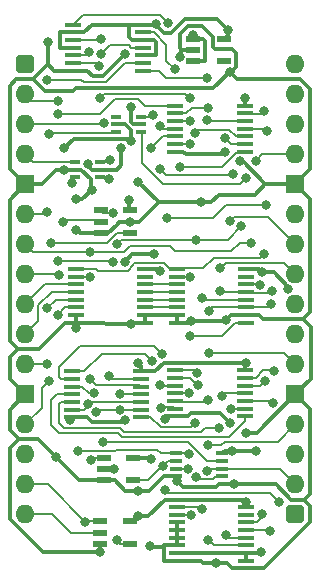
<source format=gtl>
%TF.GenerationSoftware,KiCad,Pcbnew,8.0.5*%
%TF.CreationDate,2024-09-17T17:49:43+02:00*%
%TF.ProjectId,W65C816 Clock Hold,57363543-3831-4362-9043-6c6f636b2048,V1*%
%TF.SameCoordinates,PX525bfc0PY43d3480*%
%TF.FileFunction,Copper,L1,Top*%
%TF.FilePolarity,Positive*%
%FSLAX46Y46*%
G04 Gerber Fmt 4.6, Leading zero omitted, Abs format (unit mm)*
G04 Created by KiCad (PCBNEW 8.0.5) date 2024-09-17 17:49:43*
%MOMM*%
%LPD*%
G01*
G04 APERTURE LIST*
G04 Aperture macros list*
%AMRoundRect*
0 Rectangle with rounded corners*
0 $1 Rounding radius*
0 $2 $3 $4 $5 $6 $7 $8 $9 X,Y pos of 4 corners*
0 Add a 4 corners polygon primitive as box body*
4,1,4,$2,$3,$4,$5,$6,$7,$8,$9,$2,$3,0*
0 Add four circle primitives for the rounded corners*
1,1,$1+$1,$2,$3*
1,1,$1+$1,$4,$5*
1,1,$1+$1,$6,$7*
1,1,$1+$1,$8,$9*
0 Add four rect primitives between the rounded corners*
20,1,$1+$1,$2,$3,$4,$5,0*
20,1,$1+$1,$4,$5,$6,$7,0*
20,1,$1+$1,$6,$7,$8,$9,0*
20,1,$1+$1,$8,$9,$2,$3,0*%
G04 Aperture macros list end*
%TA.AperFunction,SMDPad,CuDef*%
%ADD10R,0.875000X0.450000*%
%TD*%
%TA.AperFunction,SMDPad,CuDef*%
%ADD11R,1.250000X0.600000*%
%TD*%
%TA.AperFunction,SMDPad,CuDef*%
%ADD12R,1.450000X0.450000*%
%TD*%
%TA.AperFunction,SMDPad,CuDef*%
%ADD13R,1.475000X0.450000*%
%TD*%
%TA.AperFunction,SMDPad,CuDef*%
%ADD14R,1.100000X0.450000*%
%TD*%
%TA.AperFunction,ComponentPad*%
%ADD15RoundRect,0.400000X-0.400000X-0.400000X0.400000X-0.400000X0.400000X0.400000X-0.400000X0.400000X0*%
%TD*%
%TA.AperFunction,ComponentPad*%
%ADD16O,1.600000X1.600000*%
%TD*%
%TA.AperFunction,ComponentPad*%
%ADD17R,1.600000X1.600000*%
%TD*%
%TA.AperFunction,SMDPad,CuDef*%
%ADD18R,1.150000X0.600000*%
%TD*%
%TA.AperFunction,ViaPad*%
%ADD19C,0.800000*%
%TD*%
%TA.AperFunction,Conductor*%
%ADD20C,0.200000*%
%TD*%
%TA.AperFunction,Conductor*%
%ADD21C,0.380000*%
%TD*%
%TA.AperFunction,Conductor*%
%ADD22C,0.300000*%
%TD*%
G04 APERTURE END LIST*
D10*
%TO.P,IC47,1,n.c.*%
%TO.N,unconnected-(IC47-n.c.-Pad1)*%
X7701000Y-4430000D03*
%TO.P,IC47,2,GND*%
%TO.N,GND*%
X7701000Y-5080000D03*
%TO.P,IC47,3,X1*%
%TO.N,CLK_{IN}*%
X7701000Y-5730000D03*
%TO.P,IC47,4,~{Y}*%
%TO.N,Net-(IC47-~{Y})*%
X9825000Y-5730000D03*
%TO.P,IC47,5,3V*%
%TO.N,/3.3V*%
X9825000Y-5080000D03*
%TO.P,IC47,6,Y*%
%TO.N,Net-(IC47-Y)*%
X9825000Y-4430000D03*
%TD*%
D11*
%TO.P,IC28,1,B*%
%TO.N,/~{HC_{L}=CC_{L}}*%
X6624000Y-33340000D03*
%TO.P,IC28,2,A*%
%TO.N,/~{HC_{H}=CC_{H}}*%
X6624000Y-34290000D03*
%TO.P,IC28,3,GND*%
%TO.N,GND*%
X6624000Y-35240000D03*
%TO.P,IC28,4,Y*%
%TO.N,HC=CC _{~{CLK}}*%
X9124000Y-35240000D03*
%TO.P,IC28,5,3V*%
%TO.N,/3.3V*%
X9124000Y-33340000D03*
%TD*%
D12*
%TO.P,IC1,1,~{MR}*%
%TO.N,~{Reset}*%
X4314000Y-17333000D03*
%TO.P,IC1,2,CP*%
%TO.N,~{CLK}*%
X4314000Y-17983000D03*
%TO.P,IC1,3,D0*%
%TO.N,Hold Count_{0}D*%
X4314000Y-18633000D03*
%TO.P,IC1,4,D1*%
%TO.N,Hold Count_{1}D*%
X4314000Y-19283000D03*
%TO.P,IC1,5,D2*%
%TO.N,Hold Count_{2}D*%
X4314000Y-19933000D03*
%TO.P,IC1,6,D3*%
%TO.N,Hold Count_{3}D*%
X4314000Y-20583000D03*
%TO.P,IC1,7,CEP*%
%TO.N,GND*%
X4314000Y-21233000D03*
%TO.P,IC1,8,GND*%
X4314000Y-21883000D03*
%TO.P,IC1,9,~{PE}*%
X10164000Y-21883000D03*
%TO.P,IC1,10,CET*%
X10164000Y-21233000D03*
%TO.P,IC1,11,Q3*%
%TO.N,/Hold Count_{3}*%
X10164000Y-20583000D03*
%TO.P,IC1,12,Q2*%
%TO.N,/Hold Count_{2}*%
X10164000Y-19933000D03*
%TO.P,IC1,13,Q1*%
%TO.N,/Hold Count_{1}*%
X10164000Y-19283000D03*
%TO.P,IC1,14,Q0*%
%TO.N,/Hold Count_{0}*%
X10164000Y-18633000D03*
%TO.P,IC1,15,TC*%
%TO.N,unconnected-(IC1-TC-Pad15)*%
X10164000Y-17983000D03*
%TO.P,IC1,16,3V*%
%TO.N,/3.3V*%
X10164000Y-17333000D03*
%TD*%
D13*
%TO.P,IC26,1,1A*%
%TO.N,/~{HC_{3}=CC_{3}}*%
X3920000Y-25990000D03*
%TO.P,IC26,2,1B*%
%TO.N,/~{HC_{2}=CC_{2}}*%
X3920000Y-26640000D03*
%TO.P,IC26,3,1Y*%
%TO.N,/~{HC_{H}=CC_{H}}*%
X3920000Y-27290000D03*
%TO.P,IC26,4,2A*%
%TO.N,/~{HC_{1}=CC_{1}}*%
X3920000Y-27940000D03*
%TO.P,IC26,5,2B*%
%TO.N,/~{HC_{0}=CC_{0}}*%
X3920000Y-28590000D03*
%TO.P,IC26,6,2Y*%
%TO.N,/~{HC_{L}=CC_{L}}*%
X3920000Y-29240000D03*
%TO.P,IC26,7,GND*%
%TO.N,GND*%
X3920000Y-29890000D03*
%TO.P,IC26,8,3Y*%
%TO.N,~{HC=CC} _{~{CLK}}*%
X9796000Y-29890000D03*
%TO.P,IC26,9,3A*%
%TO.N,/~{HC_{H}=CC_{H}}*%
X9796000Y-29240000D03*
%TO.P,IC26,10,3B*%
%TO.N,/~{HC_{L}=CC_{L}}*%
X9796000Y-28590000D03*
%TO.P,IC26,11,4Y*%
%TO.N,/High Pulse+Low Pulse*%
X9796000Y-27940000D03*
%TO.P,IC26,12,4A*%
%TO.N,/~{Hold High}\u00B7CLK High Pulse\u00B7HC=CC*%
X9796000Y-27290000D03*
%TO.P,IC26,13,4B*%
%TO.N,/~{Hold Low}\u00B7CLK Low Pulse*%
X9796000Y-26640000D03*
%TO.P,IC26,14,3V*%
%TO.N,/3.3V*%
X9796000Y-25990000D03*
%TD*%
%TO.P,IC31,1,~{1RD}*%
%TO.N,/~{CLK High Reset Pulse}_{s}*%
X4047000Y3347000D03*
%TO.P,IC31,2,1D*%
%TO.N,/3.3V*%
X4047000Y2697000D03*
%TO.P,IC31,3,1CP*%
%TO.N,CLK*%
X4047000Y2047000D03*
%TO.P,IC31,4,~{1SD}*%
%TO.N,/3.3V*%
X4047000Y1397000D03*
%TO.P,IC31,5,1Q*%
%TO.N,/CLK High Pulse_{f}*%
X4047000Y747000D03*
%TO.P,IC31,6,~{1Q}*%
%TO.N,/~{CLK High Pulse}*%
X4047000Y97000D03*
%TO.P,IC31,7,GND*%
%TO.N,GND*%
X4047000Y-553000D03*
%TO.P,IC31,8,~{2Q}*%
%TO.N,/~{CLK Low Pulse}*%
X9923000Y-553000D03*
%TO.P,IC31,9,2Q*%
%TO.N,/CLK Low Pulse_{f}*%
X9923000Y97000D03*
%TO.P,IC31,10,~{2SD}*%
%TO.N,/3.3V*%
X9923000Y747000D03*
%TO.P,IC31,11,2CP*%
%TO.N,~{CLK}*%
X9923000Y1397000D03*
%TO.P,IC31,12,2D*%
%TO.N,/3.3V*%
X9923000Y2047000D03*
%TO.P,IC31,13,~{2RD}*%
%TO.N,/~{CLK Low Reset Pulse}_{s}*%
X9923000Y2697000D03*
%TO.P,IC31,14,3V*%
%TO.N,/3.3V*%
X9923000Y3347000D03*
%TD*%
D12*
%TO.P,IC22,1,~{MR}*%
%TO.N,~{Reset}*%
X12823000Y-17333000D03*
%TO.P,IC22,2,CP*%
%TO.N,CLK*%
X12823000Y-17983000D03*
%TO.P,IC22,3,D0*%
%TO.N,/Hold Count_{0}*%
X12823000Y-18633000D03*
%TO.P,IC22,4,D1*%
%TO.N,/Hold Count_{1}*%
X12823000Y-19283000D03*
%TO.P,IC22,5,D2*%
%TO.N,/Hold Count_{2}*%
X12823000Y-19933000D03*
%TO.P,IC22,6,D3*%
%TO.N,/Hold Count_{3}*%
X12823000Y-20583000D03*
%TO.P,IC22,7,CEP*%
%TO.N,GND*%
X12823000Y-21233000D03*
%TO.P,IC22,8,GND*%
X12823000Y-21883000D03*
%TO.P,IC22,9,~{PE}*%
%TO.N,/~{HC=CC} _{CLK}*%
X18673000Y-21883000D03*
%TO.P,IC22,10,CET*%
%TO.N,GND*%
X18673000Y-21233000D03*
%TO.P,IC22,11,Q3*%
%TO.N,HC Latch_{3}*%
X18673000Y-20583000D03*
%TO.P,IC22,12,Q2*%
%TO.N,HC Latch_{2}*%
X18673000Y-19933000D03*
%TO.P,IC22,13,Q1*%
%TO.N,HC Latch_{1}*%
X18673000Y-19283000D03*
%TO.P,IC22,14,Q0*%
%TO.N,HC Latch_{0}*%
X18673000Y-18633000D03*
%TO.P,IC22,15,TC*%
%TO.N,unconnected-(IC22-TC-Pad15)*%
X18673000Y-17983000D03*
%TO.P,IC22,16,3V*%
%TO.N,/3.3V*%
X18673000Y-17333000D03*
%TD*%
D14*
%TO.P,IC4,1,1CP*%
%TO.N,~{CLK}*%
X12782000Y-32934000D03*
%TO.P,IC4,2,1D*%
%TO.N,HC=CC _{~{CLK}}*%
X12782000Y-33584000D03*
%TO.P,IC4,3,2Q*%
%TO.N,/~{HC=CC} _{CLK}*%
X12782000Y-34234000D03*
%TO.P,IC4,4,GND*%
%TO.N,GND*%
X12782000Y-34884000D03*
%TO.P,IC4,5,2CP*%
%TO.N,~{CLK}*%
X16682000Y-34884000D03*
%TO.P,IC4,6,2D*%
%TO.N,~{HC=CC} _{~{CLK}}*%
X16682000Y-34234000D03*
%TO.P,IC4,7,1Q*%
%TO.N,/HC=CC _{CLK}*%
X16682000Y-33584000D03*
%TO.P,IC4,8,3V*%
%TO.N,/3.3V*%
X16682000Y-32934000D03*
%TD*%
D10*
%TO.P,IC43,1,A*%
%TO.N,~{Hold High}*%
X4226000Y-8285000D03*
%TO.P,IC43,2,GND*%
%TO.N,GND*%
X4226000Y-8935000D03*
%TO.P,IC43,3,B*%
%TO.N,CLK High Pulse*%
X4226000Y-9585000D03*
%TO.P,IC43,4,Y*%
%TO.N,/~{Hold High}\u00B7CLK High Pulse\u00B7HC=CC*%
X6350000Y-9585000D03*
%TO.P,IC43,5,3V*%
%TO.N,/3.3V*%
X6350000Y-8935000D03*
%TO.P,IC43,6,C*%
%TO.N,/HC=CC _{CLK}*%
X6350000Y-8285000D03*
%TD*%
D13*
%TO.P,IC7,1,1A*%
%TO.N,/PHI2_{f}*%
X12683000Y-3511000D03*
%TO.P,IC7,2,1Y*%
%TO.N,Net-(IC7A-1Y)*%
X12683000Y-4161000D03*
%TO.P,IC7,3,2A*%
%TO.N,/~{CLK High Pulse}*%
X12683000Y-4811000D03*
%TO.P,IC7,4,2Y*%
%TO.N,/CLK H.P.*%
X12683000Y-5461000D03*
%TO.P,IC7,5,3A*%
%TO.N,/CLK H.P._{s}*%
X12683000Y-6111000D03*
%TO.P,IC7,6,3Y*%
%TO.N,/~{CLK High Reset Pulse}*%
X12683000Y-6761000D03*
%TO.P,IC7,7,GND*%
%TO.N,GND*%
X12683000Y-7411000D03*
%TO.P,IC7,8,4Y*%
%TO.N,/CLK L.P.*%
X18559000Y-7411000D03*
%TO.P,IC7,9,4A*%
%TO.N,/~{CLK Low Pulse}*%
X18559000Y-6761000D03*
%TO.P,IC7,10,5Y*%
%TO.N,/~{CLK Low Reset Pulse}*%
X18559000Y-6111000D03*
%TO.P,IC7,11,5A*%
%TO.N,/CLK L.P._{s}*%
X18559000Y-5461000D03*
%TO.P,IC7,12,6Y*%
%TO.N,Net-(IC7F-6Y)*%
X18559000Y-4811000D03*
%TO.P,IC7,13,6A*%
%TO.N,~{Reset}*%
X18559000Y-4161000D03*
%TO.P,IC7,14,3V*%
%TO.N,/3.3V*%
X18559000Y-3511000D03*
%TD*%
%TO.P,IC24,1,1A*%
%TO.N,HC Latch_{3}*%
X12683000Y-25913000D03*
%TO.P,IC24,2,1B*%
%TO.N,Clk Count_{3}*%
X12683000Y-26563000D03*
%TO.P,IC24,3,1Y*%
%TO.N,/~{HC_{3}=CC_{3}}*%
X12683000Y-27213000D03*
%TO.P,IC24,4,2A*%
%TO.N,HC Latch_{2}*%
X12683000Y-27863000D03*
%TO.P,IC24,5,2B*%
%TO.N,Clk Count_{2}*%
X12683000Y-28513000D03*
%TO.P,IC24,6,2Y*%
%TO.N,/~{HC_{2}=CC_{2}}*%
X12683000Y-29163000D03*
%TO.P,IC24,7,GND*%
%TO.N,GND*%
X12683000Y-29813000D03*
%TO.P,IC24,8,3Y*%
%TO.N,/~{HC_{1}=CC_{1}}*%
X18559000Y-29813000D03*
%TO.P,IC24,9,3A*%
%TO.N,HC Latch_{1}*%
X18559000Y-29163000D03*
%TO.P,IC24,10,3B*%
%TO.N,Clk Count_{1}*%
X18559000Y-28513000D03*
%TO.P,IC24,11,4Y*%
%TO.N,/~{HC_{0}=CC_{0}}*%
X18559000Y-27863000D03*
%TO.P,IC24,12,4A*%
%TO.N,HC Latch_{0}*%
X18559000Y-27213000D03*
%TO.P,IC24,13,4B*%
%TO.N,Clk Count_{0}*%
X18559000Y-26563000D03*
%TO.P,IC24,14,3V*%
%TO.N,/3.3V*%
X18559000Y-25913000D03*
%TD*%
D11*
%TO.P,IC29,1,D*%
%TO.N,CLK*%
X6370000Y-12385000D03*
%TO.P,IC29,2,CP*%
%TO.N,/High Pulse+Low Pulse*%
X6370000Y-13335000D03*
%TO.P,IC29,3,GND*%
%TO.N,GND*%
X6370000Y-14285000D03*
%TO.P,IC29,4,Q*%
%TO.N,/PHI2_{f}*%
X8870000Y-14285000D03*
%TO.P,IC29,5,3V*%
%TO.N,/3.3V*%
X8870000Y-12385000D03*
%TD*%
D15*
%TO.P,J1,1,Pin_1*%
%TO.N,5V*%
X0Y0D03*
D16*
%TO.P,J1,2,Pin_2*%
%TO.N,CLK High Pulse*%
X0Y-2540000D03*
%TO.P,J1,3,Pin_3*%
%TO.N,CLK*%
X0Y-5080000D03*
%TO.P,J1,4,Pin_4*%
%TO.N,~{Hold High}*%
X0Y-7620000D03*
D17*
%TO.P,J1,5,Pin_5*%
%TO.N,GND*%
X0Y-10160000D03*
D16*
%TO.P,J1,6,Pin_6*%
%TO.N,CLK_{IN}*%
X0Y-12700000D03*
%TO.P,J1,7,Pin_7*%
%TO.N,~{CLK}*%
X0Y-15240000D03*
%TO.P,J1,8,Pin_8*%
%TO.N,PHI2*%
X0Y-17780000D03*
%TO.P,J1,9,Pin_9*%
%TO.N,Hold Count_{0}D*%
X0Y-20320000D03*
%TO.P,J1,10,Pin_10*%
%TO.N,Hold Count_{1}D*%
X0Y-22860000D03*
%TO.P,J1,11,Pin_11*%
%TO.N,Hold Count_{2}D*%
X0Y-25400000D03*
D17*
%TO.P,J1,12,Pin_12*%
%TO.N,GND*%
X0Y-27940000D03*
D16*
%TO.P,J1,13,Pin_13*%
%TO.N,Hold Count_{3}D*%
X0Y-30480000D03*
%TO.P,J1,14,Pin_14*%
%TO.N,unconnected-(J1-Pin_14-Pad14)*%
X0Y-33020000D03*
%TO.P,J1,15,Pin_15*%
%TO.N,CLK Low Pulse*%
X0Y-35560000D03*
%TO.P,J1,16,Pin_16*%
%TO.N,~{Hold Low}*%
X0Y-38100000D03*
D15*
%TO.P,J1,17,Pin_17*%
%TO.N,5V*%
X22860000Y-38100000D03*
D16*
%TO.P,J1,18,Pin_18*%
%TO.N,~{HC=CC} _{~{CLK}}*%
X22860000Y-35560000D03*
%TO.P,J1,19,Pin_19*%
%TO.N,HC=CC _{~{CLK}}*%
X22860000Y-33020000D03*
%TO.P,J1,20,Pin_20*%
%TO.N,Clk Count_{3}*%
X22860000Y-30480000D03*
D17*
%TO.P,J1,21,Pin_21*%
%TO.N,GND*%
X22860000Y-27940000D03*
D16*
%TO.P,J1,22,Pin_22*%
%TO.N,Clk Count_{2}*%
X22860000Y-25400000D03*
%TO.P,J1,23,Pin_23*%
%TO.N,Clk Count_{1}*%
X22860000Y-22860000D03*
%TO.P,J1,24,Pin_24*%
%TO.N,Clk Count_{0}*%
X22860000Y-20320000D03*
%TO.P,J1,25,Pin_25*%
%TO.N,Reset*%
X22860000Y-17780000D03*
%TO.P,J1,26,Pin_26*%
%TO.N,~{PHI2}*%
X22860000Y-15240000D03*
%TO.P,J1,27,Pin_27*%
%TO.N,HC Latch_{3}*%
X22860000Y-12700000D03*
D17*
%TO.P,J1,28,Pin_28*%
%TO.N,GND*%
X22860000Y-10160000D03*
D16*
%TO.P,J1,29,Pin_29*%
%TO.N,HC Latch_{2}*%
X22860000Y-7620000D03*
%TO.P,J1,30,Pin_30*%
%TO.N,HC Latch_{1}*%
X22860000Y-5080000D03*
%TO.P,J1,31,Pin_31*%
%TO.N,HC Latch_{0}*%
X22860000Y-2540000D03*
%TO.P,J1,32,Pin_32*%
%TO.N,~{Reset}*%
X22860000Y0D03*
%TD*%
D18*
%TO.P,IC2,1,6VIn*%
%TO.N,5V*%
X14224000Y2159000D03*
%TO.P,IC2,2,GND*%
%TO.N,GND*%
X14224000Y1209000D03*
%TO.P,IC2,3,EN*%
%TO.N,5V*%
X14224000Y259000D03*
%TO.P,IC2,4,ADJ*%
%TO.N,unconnected-(IC2-ADJ-Pad4)*%
X16824000Y259000D03*
%TO.P,IC2,5,3.3VOut*%
%TO.N,/3.3V*%
X16824000Y2159000D03*
%TD*%
D12*
%TO.P,IC23,1,~{MR}*%
%TO.N,~{HC=CC} _{~{CLK}}*%
X12823000Y-37476000D03*
%TO.P,IC23,2,CP*%
%TO.N,~{CLK}*%
X12823000Y-38126000D03*
%TO.P,IC23,3,D0*%
%TO.N,GND*%
X12823000Y-38776000D03*
%TO.P,IC23,4,D1*%
X12823000Y-39426000D03*
%TO.P,IC23,5,D2*%
X12823000Y-40076000D03*
%TO.P,IC23,6,D3*%
X12823000Y-40726000D03*
%TO.P,IC23,7,CEP*%
%TO.N,/3.3V*%
X12823000Y-41376000D03*
%TO.P,IC23,8,GND*%
%TO.N,GND*%
X12823000Y-42026000D03*
%TO.P,IC23,9,~{PE}*%
%TO.N,/3.3V*%
X18673000Y-42026000D03*
%TO.P,IC23,10,CET*%
X18673000Y-41376000D03*
%TO.P,IC23,11,Q3*%
%TO.N,Clk Count_{3}*%
X18673000Y-40726000D03*
%TO.P,IC23,12,Q2*%
%TO.N,Clk Count_{2}*%
X18673000Y-40076000D03*
%TO.P,IC23,13,Q1*%
%TO.N,Clk Count_{1}*%
X18673000Y-39426000D03*
%TO.P,IC23,14,Q0*%
%TO.N,Clk Count_{0}*%
X18673000Y-38776000D03*
%TO.P,IC23,15,TC*%
%TO.N,unconnected-(IC23-TC-Pad15)*%
X18673000Y-38126000D03*
%TO.P,IC23,16,3V*%
%TO.N,/3.3V*%
X18673000Y-37476000D03*
%TD*%
D11*
%TO.P,IC44,1,B*%
%TO.N,CLK Low Pulse*%
X6350000Y-38708000D03*
%TO.P,IC44,2,A*%
%TO.N,~{Hold Low}*%
X6350000Y-39658000D03*
%TO.P,IC44,3,GND*%
%TO.N,GND*%
X6350000Y-40608000D03*
%TO.P,IC44,4,Y*%
%TO.N,/~{Hold Low}\u00B7CLK Low Pulse*%
X8850000Y-40608000D03*
%TO.P,IC44,5,3V*%
%TO.N,/3.3V*%
X8850000Y-38708000D03*
%TD*%
D19*
%TO.N,GND*%
X16128992Y-42216000D03*
X8458418Y-30166494D03*
X3757000Y-30123000D03*
X13048998Y635000D03*
X4318000Y-11430000D03*
X9525000Y-36140002D03*
X13982949Y-21717000D03*
X17300001Y-641001D03*
X14859000Y-11684000D03*
X10922000Y-16108000D03*
X8890000Y-13374000D03*
X16951543Y-21682508D03*
X12807404Y-35325596D03*
X16895052Y-7399631D03*
X5632661Y-10623339D03*
X1905000Y1905000D03*
X11817920Y-30014307D03*
X3290000Y-8985000D03*
X8462681Y846823D03*
X18125489Y-8236002D03*
X9525000Y-9933004D03*
X18687572Y-31223428D03*
X17643756Y-35572000D03*
X8394081Y-16720824D03*
X17306999Y-30407573D03*
X4314000Y-22352000D03*
X4310276Y-14013872D03*
X8953504Y-22034500D03*
X2556493Y-33274000D03*
X10541000Y-40767000D03*
X6350002Y-41275000D03*
X8909431Y-6514845D03*
X3289996Y-7126851D03*
%TO.N,5V*%
X14220000Y2462000D03*
%TO.N,PHI2*%
X2881180Y-17883000D03*
%TO.N,~{PHI2}*%
X17358996Y-13248004D03*
%TO.N,Reset*%
X16498000Y-17292002D03*
%TO.N,~{Reset}*%
X20193000Y-16058000D03*
X20193000Y-3937000D03*
%TO.N,~{CLK}*%
X14474993Y-34966329D03*
X5507375Y-18033000D03*
X4457000Y-32766000D03*
X19112948Y-15141998D03*
X6425910Y881042D03*
X5492686Y-15899642D03*
X14016375Y-38176000D03*
X13840229Y-33020322D03*
%TO.N,HC Latch_{3}*%
X15501543Y-20877000D03*
X14563470Y-26138000D03*
X20770845Y-20320000D03*
%TO.N,HC Latch_{2}*%
X13852930Y-27870204D03*
X14975187Y-19801745D03*
X19483383Y-8206154D03*
%TO.N,HC Latch_{1}*%
X20870845Y-19177000D03*
X16476854Y-19205771D03*
X17384673Y-29165377D03*
%TO.N,HC Latch_{0}*%
X19852584Y-18657084D03*
X20296488Y-26791091D03*
%TO.N,Clk Count_{3}*%
X15494000Y-40259000D03*
X15494001Y-32257999D03*
X14628633Y-27162539D03*
%TO.N,Clk Count_{2}*%
X15501543Y-24458000D03*
X17018000Y-39845383D03*
X15494000Y-28448000D03*
%TO.N,Clk Count_{1}*%
X20925000Y-28702000D03*
X20701000Y-39497000D03*
%TO.N,Clk Count_{0}*%
X21010000Y-25991518D03*
X19998002Y-38102433D03*
%TO.N,CLK*%
X6413500Y2095500D03*
X6663498Y-5010310D03*
X18288000Y-13716000D03*
X7795425Y-15199643D03*
X14433202Y-14859000D03*
X13971529Y-17983000D03*
X7410998Y-12573000D03*
%TO.N,Hold Count_{2}D*%
X1819091Y-20680062D03*
X1819091Y-25403000D03*
%TO.N,Hold Count_{3}D*%
X2778500Y-21193500D03*
X2032000Y-26797000D03*
%TO.N,CLK High Pulse*%
X2794002Y-3126000D03*
X3940000Y-10016528D03*
%TO.N,CLK Low Pulse*%
X5079994Y-38735000D03*
%TO.N,CLK_{IN}*%
X2037193Y-5874484D03*
X1850008Y-12545746D03*
%TO.N,/3.3V*%
X18669001Y-37072000D03*
X11434436Y-17508000D03*
X19939000Y-41275000D03*
X17526000Y-32736787D03*
X10668006Y-33401012D03*
X20066004Y-17629000D03*
X8796873Y-11498653D03*
X18669000Y-25261000D03*
X5296384Y-8426723D03*
X8124949Y-7135000D03*
X19480766Y-32731850D03*
X9524996Y-38227000D03*
X17145000Y2921000D03*
X18627295Y-2845177D03*
X11029466Y3426065D03*
X8966525Y-3640000D03*
X22270845Y-19050002D03*
X9524998Y-25273000D03*
%TO.N,/CLK L.P.*%
X13074117Y-8682740D03*
%TO.N,/~{CLK Low Reset Pulse}*%
X14343806Y-5822041D03*
%TO.N,/~{CLK Low Pulse}*%
X15367000Y-1143000D03*
X16867751Y-6238991D03*
%TO.N,/~{CLK High Reset Pulse}*%
X13920253Y-6782826D03*
%TO.N,/CLK H.P.*%
X11376013Y-5224908D03*
%TO.N,/~{CLK High Pulse}*%
X6316165Y-2854012D03*
X6268019Y-159899D03*
X13895052Y-2890000D03*
X13933652Y-4829185D03*
%TO.N,/~{HC_{0}=CC_{0}}*%
X16673861Y-28077812D03*
X16370054Y-30806003D03*
%TO.N,/~{HC_{2}=CC_{2}}*%
X11454406Y-29082715D03*
X11557000Y-24511000D03*
%TO.N,/~{HC_{3}=CC_{3}}*%
X10731790Y-25133363D03*
X11430000Y-27178000D03*
%TO.N,/~{HC_{L}=CC_{L}}*%
X5259089Y-28749207D03*
X5524502Y-33516000D03*
%TO.N,/~{HC_{H}=CC_{H}}*%
X5960834Y-29484596D03*
X5814044Y-27857843D03*
X7977000Y-29290000D03*
X7493000Y-34290000D03*
%TO.N,/~{Hold High}\u00B7CLK High Pulse\u00B7HC=CC*%
X5478189Y-26670000D03*
X7040000Y-9732508D03*
%TO.N,/~{Hold Low}\u00B7CLK Low Pulse*%
X7093000Y-26428000D03*
X7722501Y-40283499D03*
%TO.N,/High Pulse+Low Pulse*%
X2794000Y-16637000D03*
X7977000Y-27890000D03*
X7392686Y-16783252D03*
X3160500Y-13382185D03*
%TO.N,/~{CLK High Reset Pulse}_{s}*%
X12070675Y3478000D03*
%TO.N,/~{CLK Low Reset Pulse}_{s}*%
X12665343Y-415657D03*
%TO.N,/CLK H.P._{s}*%
X10656000Y-7131408D03*
%TO.N,/CLK L.P._{s}*%
X20435000Y-5621996D03*
X11989000Y-13003000D03*
X20390202Y-11928164D03*
%TO.N,Net-(IC7A-1Y)*%
X15482843Y-3708214D03*
%TO.N,Net-(IC7F-6Y)*%
X15395052Y-4751964D03*
%TO.N,Net-(IC47-~{Y})*%
X18676493Y-9644503D03*
%TO.N,Net-(IC47-Y)*%
X11409835Y-8881835D03*
X17537367Y-9271000D03*
X10792000Y-4261000D03*
%TO.N,/PHI2_{f}*%
X2159000Y-15113000D03*
X2740533Y-4191000D03*
%TO.N,/CLK High Pulse_{f}*%
X5399629Y1061898D03*
%TO.N,/CLK Low Pulse_{f}*%
X1863969Y-1311029D03*
%TO.N,/HC=CC _{CLK}*%
X6527000Y-31956003D03*
X7151617Y-8145000D03*
%TO.N,/~{HC=CC} _{CLK}*%
X13970002Y-22987000D03*
X13755529Y-34233999D03*
%TO.N,HC=CC _{~{CLK}}*%
X11631998Y-34036000D03*
X21463000Y-37084000D03*
X11811000Y-36068000D03*
%TO.N,~{HC=CC} _{~{CLK}}*%
X14979000Y-37701000D03*
X15360092Y-34443877D03*
X14344000Y-30406003D03*
%TD*%
D20*
%TO.N,/CLK Low Pulse_{f}*%
X8405822Y97000D02*
X9923000Y97000D01*
X4953000Y-1524000D02*
X6784822Y-1524000D01*
X4740029Y-1311029D02*
X4953000Y-1524000D01*
X1863969Y-1311029D02*
X4740029Y-1311029D01*
X6784822Y-1524000D02*
X8405822Y97000D01*
D21*
%TO.N,GND*%
X15891002Y-2050000D02*
X17300001Y-641001D01*
X4064000Y-2286000D02*
X4300000Y-2050000D01*
X4300000Y-2050000D02*
X15891002Y-2050000D01*
X1663230Y-2286000D02*
X4064000Y-2286000D01*
X647230Y-1270000D02*
X1663230Y-2286000D01*
X-1315000Y-26625000D02*
X0Y-27940000D01*
X-1315000Y-24810000D02*
X-1315000Y-26625000D01*
X-635000Y-24130000D02*
X-1315000Y-24810000D01*
X-635000Y-24130000D02*
X1143000Y-24130000D01*
X-1315000Y-11475000D02*
X-1315000Y-23450000D01*
X-1315000Y-23450000D02*
X-635000Y-24130000D01*
X0Y-10160000D02*
X-1315000Y-11475000D01*
X1480158Y-41275000D02*
X6350002Y-41275000D01*
X-1315000Y-38479842D02*
X1480158Y-41275000D01*
X-1315000Y-32493500D02*
X-1315000Y-38479842D01*
X-571500Y-31750000D02*
X-1315000Y-32493500D01*
X-1315000Y-31006500D02*
X-571500Y-31750000D01*
X-571500Y-31750000D02*
X-412915Y-31750000D01*
X-1315000Y-29255000D02*
X-1315000Y-31006500D01*
X0Y-27940000D02*
X-1315000Y-29255000D01*
X1032493Y-31750000D02*
X-412915Y-31750000D01*
X2556493Y-33274000D02*
X1032493Y-31750000D01*
D20*
%TO.N,~{CLK}*%
X12782000Y-32934000D02*
X11471000Y-32934000D01*
X11471000Y-32934000D02*
X11176000Y-32639000D01*
X11176000Y-32639000D02*
X7664661Y-32639000D01*
X4483000Y-32740000D02*
X4457000Y-32766000D01*
X7664661Y-32639000D02*
X7563661Y-32740000D01*
X7563661Y-32740000D02*
X4483000Y-32740000D01*
D21*
%TO.N,GND*%
X16129000Y-35832000D02*
X13313808Y-35832000D01*
X16389000Y-35572000D02*
X16129000Y-35832000D01*
X13313808Y-35832000D02*
X12807404Y-35325596D01*
X17643756Y-35572000D02*
X16389000Y-35572000D01*
X17655756Y-35560000D02*
X17643756Y-35572000D01*
X21177085Y-35560000D02*
X17655756Y-35560000D01*
X22492085Y-36875000D02*
X21177085Y-35560000D01*
X23622000Y-36875000D02*
X22492085Y-36875000D01*
D20*
%TO.N,Clk Count_{0}*%
X19998002Y-38350998D02*
X19998002Y-38102433D01*
X19573000Y-38776000D02*
X19998002Y-38350998D01*
X18673000Y-38776000D02*
X19573000Y-38776000D01*
%TO.N,HC=CC _{~{CLK}}*%
X20701000Y-36322000D02*
X21463000Y-37084000D01*
X12065000Y-36322000D02*
X20701000Y-36322000D01*
X11811000Y-36068000D02*
X12065000Y-36322000D01*
D21*
%TO.N,GND*%
X19576572Y-31223428D02*
X18687572Y-31223428D01*
X22860000Y-27940000D02*
X19576572Y-31223428D01*
X13800500Y-29813000D02*
X14047497Y-29566003D01*
X12683000Y-29813000D02*
X13800500Y-29813000D01*
D20*
%TO.N,/~{HC_{1}=CC_{1}}*%
X17240997Y-31556003D02*
X18559000Y-30238000D01*
D21*
%TO.N,GND*%
X14047497Y-29566003D02*
X16465429Y-29566003D01*
D20*
%TO.N,/~{HC_{1}=CC_{1}}*%
X8150520Y-31556003D02*
X17240997Y-31556003D01*
X18559000Y-30238000D02*
X18559000Y-29813000D01*
X2809657Y-31223000D02*
X7817517Y-31223000D01*
D21*
%TO.N,GND*%
X16465429Y-29566003D02*
X17306999Y-30407573D01*
D20*
%TO.N,/~{HC_{1}=CC_{1}}*%
X2159000Y-30572343D02*
X2809657Y-31223000D01*
X7817517Y-31223000D02*
X8150520Y-31556003D01*
X2159000Y-28448000D02*
X2159000Y-30572343D01*
X2667000Y-27940000D02*
X2159000Y-28448000D01*
X3920000Y-27940000D02*
X2667000Y-27940000D01*
D21*
%TO.N,GND*%
X17070000Y-42216000D02*
X16128992Y-42216000D01*
X17495000Y-42641000D02*
X17070000Y-42216000D01*
X20236230Y-42641000D02*
X17495000Y-42641000D01*
X24130000Y-38747230D02*
X20236230Y-42641000D01*
X24130000Y-37383000D02*
X24130000Y-38747230D01*
X23622000Y-36875000D02*
X24130000Y-37383000D01*
X24175000Y-22270000D02*
X23495000Y-21590000D01*
X24175000Y-26625000D02*
X24175000Y-22270000D01*
X22860000Y-27940000D02*
X24175000Y-26625000D01*
X24130000Y-11430000D02*
X22860000Y-10160000D01*
X24130000Y-20955000D02*
X24130000Y-11430000D01*
X23495000Y-21590000D02*
X24130000Y-20955000D01*
X20110000Y-21590000D02*
X23495000Y-21590000D01*
X24130000Y-8890000D02*
X22860000Y-10160000D01*
X17929000Y-1270000D02*
X23272915Y-1270000D01*
X23272915Y-1270000D02*
X24130000Y-2127085D01*
X24130000Y-2127085D02*
X24130000Y-8890000D01*
X17300001Y-641001D02*
X17929000Y-1270000D01*
X-762000Y-1270000D02*
X647230Y-1270000D01*
X-1315000Y-1823000D02*
X-762000Y-1270000D01*
X-1315000Y-8845000D02*
X-1315000Y-1823000D01*
X0Y-10160000D02*
X-1315000Y-8845000D01*
X4826000Y-11430000D02*
X4318000Y-11430000D01*
X5632661Y-10623339D02*
X4826000Y-11430000D01*
D20*
%TO.N,CLK High Pulse*%
X4131000Y-9825528D02*
X3940000Y-10016528D01*
X4131000Y-9585000D02*
X4131000Y-9825528D01*
D22*
%TO.N,GND*%
X5562500Y-9753500D02*
X5562500Y-10553178D01*
X4226000Y-8935000D02*
X4744000Y-8935000D01*
X5562500Y-10553178D02*
X5632661Y-10623339D01*
X4744000Y-8935000D02*
X5562500Y-9753500D01*
D20*
%TO.N,/~{HC_{2}=CC_{2}}*%
X4637000Y-23876000D02*
X10922000Y-23876000D01*
X10922000Y-23876000D02*
X11557000Y-24511000D01*
X2882500Y-25630500D02*
X4637000Y-23876000D01*
X3007500Y-26640000D02*
X2882500Y-26515000D01*
X3920000Y-26640000D02*
X3007500Y-26640000D01*
X2882500Y-26515000D02*
X2882500Y-25630500D01*
D21*
%TO.N,GND*%
X4522493Y-35240000D02*
X2556493Y-33274000D01*
X6624000Y-35240000D02*
X4522493Y-35240000D01*
X10468998Y-36140002D02*
X9525000Y-36140002D01*
X11725000Y-34884000D02*
X10468998Y-36140002D01*
X12782000Y-34884000D02*
X11725000Y-34884000D01*
%TO.N,/3.3V*%
X10414000Y-38227000D02*
X9524996Y-38227000D01*
X11780002Y-36860998D02*
X10414000Y-38227000D01*
X18669001Y-37072000D02*
X18457999Y-36860998D01*
X18457999Y-36860998D02*
X11780002Y-36860998D01*
%TO.N,GND*%
X12683000Y-7411000D02*
X13377174Y-7411000D01*
X8454002Y-36140002D02*
X9525000Y-36140002D01*
X12019227Y-29813000D02*
X12683000Y-29813000D01*
X15859000Y2302000D02*
X15859000Y1469000D01*
X6599858Y-1016000D02*
X8462681Y846823D01*
X3990000Y-29890000D02*
X5178298Y-29890000D01*
X11725000Y-40726000D02*
X12823000Y-40726000D01*
X9525004Y-9933004D02*
X9525000Y-9933004D01*
X6350000Y-41274998D02*
X6350002Y-41275000D01*
X24130000Y-29210000D02*
X24130000Y-36367000D01*
X9006905Y-16108000D02*
X8394081Y-16720824D01*
X16951543Y-21682508D02*
X16917051Y-21717000D01*
X14909000Y3252000D02*
X15859000Y2302000D01*
X20320000Y-10160000D02*
X19431000Y-11049000D01*
X16917051Y-21717000D02*
X13982949Y-21717000D01*
X16671857Y-7622826D02*
X16895052Y-7399631D01*
X17468000Y1270000D02*
X17789000Y949000D01*
X20110000Y-21590000D02*
X19753000Y-21233000D01*
X3757000Y-30123000D02*
X3920000Y-29960000D01*
X1905000Y-12230D02*
X1917230Y-12230D01*
X18396002Y-8236002D02*
X20320000Y-10160000D01*
X10922000Y-16108000D02*
X9006905Y-16108000D01*
X13081000Y2540000D02*
X13793000Y3252000D01*
X8909431Y-6514845D02*
X8739586Y-6345000D01*
D22*
X8909431Y-5584037D02*
X8405394Y-5080000D01*
D21*
X15748000Y-11684000D02*
X14859000Y-11684000D01*
X4047000Y-553000D02*
X5252000Y-553000D01*
X15859000Y1469000D02*
X16058000Y1270000D01*
X17401051Y-21233000D02*
X18673000Y-21233000D01*
X7027154Y-14285000D02*
X7723154Y-13589000D01*
X4226000Y-8935000D02*
X3340000Y-8935000D01*
X2458000Y-553000D02*
X4047000Y-553000D01*
X11708000Y-40894000D02*
X11708000Y-40743000D01*
D22*
X8909431Y-6514845D02*
X8909431Y-5584037D01*
D21*
X3340000Y-8935000D02*
X3290000Y-8985000D01*
X12823000Y-42026000D02*
X14859000Y-42026000D01*
X13589000Y-7622826D02*
X16671857Y-7622826D01*
X18125489Y-8236002D02*
X18396002Y-8236002D01*
X15049000Y-42216000D02*
X14859000Y-42026000D01*
X22860000Y-27940000D02*
X24130000Y-29210000D01*
D22*
X8405394Y-5080000D02*
X7701000Y-5080000D01*
D21*
X17789000Y949000D02*
X17789000Y-254000D01*
X16128992Y-42216000D02*
X15049000Y-42216000D01*
X10164000Y-21233000D02*
X12823000Y-21233000D01*
X3757000Y-30123000D02*
X3990000Y-29890000D01*
X3920000Y-29960000D02*
X3920000Y-29890000D01*
X6370000Y-14285000D02*
X7027154Y-14285000D01*
X4581404Y-14285000D02*
X4310276Y-14013872D01*
X9105004Y-21883000D02*
X8953504Y-22034500D01*
X12823000Y-21233000D02*
X12823000Y-21883000D01*
X4314000Y-21883000D02*
X4314000Y-22352000D01*
X7554000Y-35240000D02*
X8454002Y-36140002D01*
X13048998Y988998D02*
X13048998Y635000D01*
X12823000Y-21883000D02*
X13816949Y-21883000D01*
X17401999Y-641001D02*
X17300001Y-641001D01*
X11817920Y-30014307D02*
X12019227Y-29813000D01*
X6350000Y-40608000D02*
X6350000Y-41274998D01*
X12823000Y-42026000D02*
X11718000Y-42026000D01*
X20320000Y-10160000D02*
X22860000Y-10160000D01*
X16383000Y-11049000D02*
X15748000Y-11684000D01*
X19753000Y-21233000D02*
X18673000Y-21233000D01*
X16951543Y-21682508D02*
X17401051Y-21233000D01*
X24130000Y-36367000D02*
X23622000Y-36875000D01*
X6643000Y-21883000D02*
X6794500Y-22034500D01*
X12823000Y-40076000D02*
X12823000Y-39426000D01*
X1397000Y-10160000D02*
X2572000Y-8985000D01*
X5612894Y-30324596D02*
X8300316Y-30324596D01*
X13377174Y-7411000D02*
X13589000Y-7622826D01*
X11276000Y-11684000D02*
X9525004Y-9933004D01*
X8739586Y-6345000D02*
X4071847Y-6345000D01*
X1905000Y-12230D02*
X1905000Y1905000D01*
X17789000Y-254000D02*
X17401999Y-641001D01*
X10164000Y-21233000D02*
X10164000Y-21883000D01*
X12823000Y-40726000D02*
X12823000Y-40076000D01*
X6624000Y-35240000D02*
X7554000Y-35240000D01*
X2572000Y-8985000D02*
X3290000Y-8985000D01*
X6370000Y-14285000D02*
X4581404Y-14285000D01*
X11276000Y-11684000D02*
X14859000Y-11684000D01*
X16058000Y1270000D02*
X17468000Y1270000D01*
X12823000Y-39426000D02*
X12823000Y-38776000D01*
X11708000Y-40894000D02*
X10668000Y-40894000D01*
X8890000Y-13374000D02*
X9586000Y-13374000D01*
X11708000Y-42016000D02*
X11708000Y-40894000D01*
X7747000Y-13589000D02*
X7962000Y-13374000D01*
X4071847Y-6345000D02*
X3289996Y-7126851D01*
X19431000Y-11049000D02*
X16383000Y-11049000D01*
X13816949Y-21883000D02*
X13982949Y-21717000D01*
X7962000Y-13374000D02*
X8890000Y-13374000D01*
X1143000Y-24130000D02*
X3390000Y-21883000D01*
X13081000Y1397000D02*
X13081000Y2540000D01*
X3390000Y-21883000D02*
X4314000Y-21883000D01*
X14224000Y1209000D02*
X13269000Y1209000D01*
X6794500Y-22034500D02*
X8953504Y-22034500D01*
X5715000Y-1016000D02*
X6599858Y-1016000D01*
X7723154Y-13589000D02*
X7747000Y-13589000D01*
X4314000Y-21233000D02*
X4314000Y-21883000D01*
X13793000Y3252000D02*
X14909000Y3252000D01*
X13269000Y1209000D02*
X13048998Y988998D01*
X8300316Y-30324596D02*
X8458418Y-30166494D01*
X10668000Y-40894000D02*
X10541000Y-40767000D01*
X11708000Y-40743000D02*
X11725000Y-40726000D01*
X13269000Y1209000D02*
X13081000Y1397000D01*
X647230Y-1270000D02*
X1905000Y-12230D01*
X0Y-10160000D02*
X1397000Y-10160000D01*
X4314000Y-21883000D02*
X6643000Y-21883000D01*
X5252000Y-553000D02*
X5715000Y-1016000D01*
X11718000Y-42026000D02*
X11708000Y-42016000D01*
X10164000Y-21883000D02*
X9105004Y-21883000D01*
X9586000Y-13374000D02*
X11276000Y-11684000D01*
X5178298Y-29890000D02*
X5612894Y-30324596D01*
X1917230Y-12230D02*
X2458000Y-553000D01*
%TO.N,5V*%
X15240000Y320000D02*
X15240000Y1977756D01*
X14220000Y2163000D02*
X14220000Y2462000D01*
X15058756Y2159000D02*
X14224000Y2159000D01*
X15179000Y259000D02*
X15240000Y320000D01*
X14224000Y259000D02*
X15179000Y259000D01*
X15240000Y1977756D02*
X15058756Y2159000D01*
D20*
%TO.N,PHI2*%
X0Y-17780000D02*
X2778180Y-17780000D01*
X2778180Y-17780000D02*
X2881180Y-17883000D01*
%TO.N,~{PHI2}*%
X20574000Y-12954000D02*
X17653000Y-12954000D01*
X22860000Y-15240000D02*
X20574000Y-12954000D01*
X17653000Y-12954000D02*
X17358996Y-13248004D01*
%TO.N,Reset*%
X21888000Y-16808000D02*
X16982002Y-16808000D01*
X16982002Y-16808000D02*
X16498000Y-17292002D01*
X22860000Y-17780000D02*
X21888000Y-16808000D01*
%TO.N,~{Reset}*%
X4314000Y-17333000D02*
X5985339Y-17333000D01*
X15938500Y-16383000D02*
X19868000Y-16383000D01*
X18589000Y-4191000D02*
X19939000Y-4191000D01*
X9139000Y-16940000D02*
X9271000Y-16808000D01*
X8643000Y-17514000D02*
X9139000Y-17018000D01*
X11724386Y-16808000D02*
X12249386Y-17333000D01*
X12884000Y-17272000D02*
X15049500Y-17272000D01*
X6166339Y-17514000D02*
X8643000Y-17514000D01*
X19939000Y-4191000D02*
X20193000Y-3937000D01*
X15049500Y-17272000D02*
X15938500Y-16383000D01*
X9139000Y-17018000D02*
X9139000Y-16940000D01*
X19868000Y-16383000D02*
X20193000Y-16058000D01*
X5985339Y-17333000D02*
X6166339Y-17514000D01*
X9271000Y-16808000D02*
X11724386Y-16808000D01*
%TO.N,~{CLK}*%
X8773342Y1596823D02*
X8973165Y1397000D01*
X14652541Y-35143877D02*
X14474993Y-34966329D01*
X659642Y-15899642D02*
X0Y-15240000D01*
X8834825Y-15386000D02*
X8321183Y-15899642D01*
X5507375Y-18033000D02*
X5457375Y-17983000D01*
X13966375Y-38126000D02*
X12823000Y-38126000D01*
X18132002Y-15141998D02*
X17445948Y-15828052D01*
X17445948Y-15828052D02*
X12653052Y-15828052D01*
X5492686Y-15899642D02*
X659642Y-15899642D01*
X5457375Y-17983000D02*
X4314000Y-17983000D01*
X8321183Y-15899642D02*
X5492686Y-15899642D01*
X16134877Y-34884000D02*
X15875000Y-35143877D01*
X19112948Y-15141998D02*
X18132002Y-15141998D01*
X14016375Y-38176000D02*
X13966375Y-38126000D01*
X12653052Y-15828052D02*
X12211000Y-15386000D01*
X12211000Y-15386000D02*
X8834825Y-15386000D01*
X13753907Y-32934000D02*
X13840229Y-33020322D01*
X7141691Y1596823D02*
X8773342Y1596823D01*
X6425910Y881042D02*
X7141691Y1596823D01*
X12782000Y-32934000D02*
X13753907Y-32934000D01*
X16682000Y-34884000D02*
X16134877Y-34884000D01*
X8973165Y1397000D02*
X9923000Y1397000D01*
X15875000Y-35143877D02*
X14652541Y-35143877D01*
%TO.N,HC Latch_{3}*%
X12683000Y-25913000D02*
X14338470Y-25913000D01*
X15795543Y-20583000D02*
X15501543Y-20877000D01*
X20770845Y-20320000D02*
X20507845Y-20583000D01*
X18673000Y-20583000D02*
X15795543Y-20583000D01*
X20507845Y-20583000D02*
X18673000Y-20583000D01*
X14338470Y-25913000D02*
X14563470Y-26138000D01*
%TO.N,HC Latch_{2}*%
X12683000Y-27863000D02*
X13845726Y-27863000D01*
X20069537Y-7620000D02*
X22860000Y-7620000D01*
X19483383Y-8206154D02*
X20069537Y-7620000D01*
X18673000Y-19933000D02*
X15106442Y-19933000D01*
X15106442Y-19933000D02*
X14975187Y-19801745D01*
X13845726Y-27863000D02*
X13852930Y-27870204D01*
%TO.N,HC Latch_{1}*%
X16554083Y-19283000D02*
X16476854Y-19205771D01*
X18673000Y-19283000D02*
X16554083Y-19283000D01*
X20870845Y-19177000D02*
X20640761Y-19407084D01*
X17387050Y-29163000D02*
X17384673Y-29165377D01*
X20640761Y-19407084D02*
X18797084Y-19407084D01*
X18559000Y-29163000D02*
X17387050Y-29163000D01*
%TO.N,HC Latch_{0}*%
X20296488Y-26791091D02*
X19874579Y-27213000D01*
X18673000Y-18633000D02*
X19828500Y-18633000D01*
X19874579Y-27213000D02*
X18559000Y-27213000D01*
X19828500Y-18633000D02*
X19852584Y-18657084D01*
%TO.N,/Hold Count_{3}*%
X10164000Y-20583000D02*
X12823000Y-20583000D01*
%TO.N,Clk Count_{3}*%
X15930999Y-40695999D02*
X15494000Y-40259000D01*
X12683000Y-26563000D02*
X13927809Y-26563000D01*
X13927809Y-26563000D02*
X14527348Y-27162539D01*
X16870944Y-31986457D02*
X21353543Y-31986457D01*
X16599402Y-32257999D02*
X16870944Y-31986457D01*
X21353543Y-31986457D02*
X22860000Y-30480000D01*
X18642999Y-40695999D02*
X15930999Y-40695999D01*
X14527348Y-27162539D02*
X14628633Y-27162539D01*
X15494001Y-32257999D02*
X16599402Y-32257999D01*
%TO.N,Clk Count_{2}*%
X21918000Y-24458000D02*
X15501543Y-24458000D01*
X12790204Y-28620204D02*
X15321796Y-28620204D01*
X22860000Y-25400000D02*
X21918000Y-24458000D01*
X18673000Y-40076000D02*
X17248617Y-40076000D01*
X15321796Y-28620204D02*
X15494000Y-28448000D01*
X17248617Y-40076000D02*
X17018000Y-39845383D01*
%TO.N,Clk Count_{1}*%
X20630000Y-39426000D02*
X20701000Y-39497000D01*
X20736000Y-28513000D02*
X20925000Y-28702000D01*
X18673000Y-39426000D02*
X20630000Y-39426000D01*
X18559000Y-28513000D02*
X20736000Y-28513000D01*
%TO.N,Clk Count_{0}*%
X20139500Y-25920000D02*
X20938482Y-25920000D01*
X19496500Y-26563000D02*
X20139500Y-25920000D01*
X18559000Y-26563000D02*
X19496500Y-26563000D01*
X20938482Y-25920000D02*
X21010000Y-25991518D01*
%TO.N,/Hold Count_{2}*%
X12823000Y-19933000D02*
X10164000Y-19933000D01*
%TO.N,CLK*%
X7795425Y-15199643D02*
X8110068Y-14885000D01*
X8110068Y-14885000D02*
X14407202Y-14885000D01*
X0Y-5080000D02*
X6593808Y-5080000D01*
X18288000Y-13716000D02*
X17145000Y-14859000D01*
X6663498Y-5010310D02*
X6593808Y-5080000D01*
X14407202Y-14885000D02*
X14433202Y-14859000D01*
X7410998Y-12573000D02*
X6558000Y-12573000D01*
X4047000Y2047000D02*
X6365000Y2047000D01*
X17145000Y-14859000D02*
X14433202Y-14859000D01*
X13971529Y-17983000D02*
X12823000Y-17983000D01*
X6365000Y2047000D02*
X6413500Y2095500D01*
%TO.N,Hold Count_{0}D*%
X1687000Y-18633000D02*
X0Y-20320000D01*
X4314000Y-18633000D02*
X1687000Y-18633000D01*
%TO.N,Hold Count_{1}D*%
X1100000Y-20409413D02*
X1100000Y-21760000D01*
X2226413Y-19283000D02*
X1100000Y-20409413D01*
X4314000Y-19283000D02*
X2226413Y-19283000D01*
X1100000Y-21760000D02*
X0Y-22860000D01*
%TO.N,Hold Count_{2}D*%
X2566153Y-19933000D02*
X1819091Y-20680062D01*
X0Y-25400000D02*
X1816091Y-25400000D01*
X1816091Y-25400000D02*
X1819091Y-25403000D01*
X4314000Y-19933000D02*
X2566153Y-19933000D01*
%TO.N,Hold Count_{3}D*%
X0Y-30480000D02*
X1397000Y-29083000D01*
X4314000Y-20583000D02*
X3389000Y-20583000D01*
X1397000Y-27432000D02*
X2032000Y-26797000D01*
X1397000Y-29083000D02*
X1397000Y-27432000D01*
X3389000Y-20583000D02*
X2778500Y-21193500D01*
%TO.N,CLK High Pulse*%
X586000Y-3126000D02*
X2794002Y-3126000D01*
X0Y-2540000D02*
X586000Y-3126000D01*
%TO.N,CLK Low Pulse*%
X5079994Y-38735000D02*
X1904994Y-35560000D01*
X1904994Y-35560000D02*
X0Y-35560000D01*
X5106994Y-38708000D02*
X5079994Y-38735000D01*
X6350000Y-38708000D02*
X5106994Y-38708000D01*
%TO.N,~{Hold High}*%
X4226000Y-8285000D02*
X665000Y-8285000D01*
X665000Y-8285000D02*
X0Y-7620000D01*
%TO.N,~{Hold Low}*%
X3844000Y-39658000D02*
X2286000Y-38100000D01*
X2286000Y-38100000D02*
X0Y-38100000D01*
X6350000Y-39658000D02*
X3844000Y-39658000D01*
%TO.N,/Hold Count_{1}*%
X10164000Y-19283000D02*
X12823000Y-19283000D01*
%TO.N,CLK_{IN}*%
X2081677Y-5830000D02*
X2037193Y-5874484D01*
X0Y-12700000D02*
X1695754Y-12700000D01*
X1695754Y-12700000D02*
X1850008Y-12545746D01*
X7601000Y-5830000D02*
X2081677Y-5830000D01*
D21*
%TO.N,/3.3V*%
X2919500Y2687000D02*
X2929500Y2697000D01*
X18325740Y-17362740D02*
X19799744Y-17362740D01*
D22*
X8966525Y-4934025D02*
X9112500Y-5080000D01*
D21*
X9124000Y-33340000D02*
X10606994Y-33340000D01*
X16234000Y3832000D02*
X13552756Y3832000D01*
X10849036Y2047000D02*
X9923000Y2047000D01*
X11040500Y747000D02*
X11050500Y757000D01*
X13552756Y3832000D02*
X12358756Y2638000D01*
X8124949Y-8558280D02*
X7748229Y-8935000D01*
X18559000Y-25913000D02*
X18559000Y-25371000D01*
X2929500Y1397000D02*
X2919500Y1407000D01*
X19799744Y-17362740D02*
X20066004Y-17629000D01*
D22*
X9112500Y-5080000D02*
X9825000Y-5080000D01*
D21*
X18673000Y-42026000D02*
X18673000Y-41376000D01*
X12823000Y-41376000D02*
X18673000Y-41376000D01*
X18673000Y-37075999D02*
X18669001Y-37072000D01*
X11011940Y-25990000D02*
X11703940Y-25298000D01*
D22*
X8966525Y-3640000D02*
X8966525Y-4934025D01*
D21*
X21026085Y-17629000D02*
X20066004Y-17629000D01*
X16682000Y-32934000D02*
X16879213Y-32736787D01*
X8796873Y-12311873D02*
X8796873Y-11498653D01*
X2929500Y2697000D02*
X4047000Y2697000D01*
D22*
X5637500Y-8935000D02*
X6350000Y-8935000D01*
D21*
X11722735Y2638000D02*
X11029466Y3331269D01*
X22270845Y-18873760D02*
X21026085Y-17629000D01*
X9043996Y-38708000D02*
X9524996Y-38227000D01*
D22*
X5296384Y-8593884D02*
X5637500Y-8935000D01*
D21*
X8124949Y-7135000D02*
X8124949Y-8558280D01*
D22*
X5296384Y-8426723D02*
X5296384Y-8593884D01*
D21*
X18559000Y-25371000D02*
X18669000Y-25261000D01*
X11050500Y757000D02*
X11050500Y1845536D01*
X11050500Y1845536D02*
X10849036Y2047000D01*
X19838000Y-41376000D02*
X18673000Y-41376000D01*
X9796000Y-25990000D02*
X11011940Y-25990000D01*
X10950401Y3347000D02*
X11029466Y3426065D01*
X9923000Y747000D02*
X11040500Y747000D01*
X9923000Y2047000D02*
X9016130Y2047000D01*
X11434436Y-17508000D02*
X11259436Y-17333000D01*
X22270845Y-19050002D02*
X22270845Y-18873760D01*
X17145000Y2921000D02*
X16234000Y3832000D01*
X18673000Y-37476000D02*
X18673000Y-37075999D01*
X11703940Y-25298000D02*
X18632000Y-25298000D01*
X4956924Y2697000D02*
X4047000Y2697000D01*
X4047000Y1397000D02*
X2929500Y1397000D01*
X11029466Y3331269D02*
X11029466Y3426065D01*
X5606924Y3347000D02*
X4956924Y2697000D01*
X2919500Y1407000D02*
X2919500Y2687000D01*
X9796000Y-25990000D02*
X9796000Y-25544002D01*
X8763000Y3347000D02*
X5606924Y3347000D01*
X7748229Y-8935000D02*
X6350000Y-8935000D01*
X19939000Y-41275000D02*
X19838000Y-41376000D01*
X8763000Y2300130D02*
X8763000Y3347000D01*
X9923000Y3347000D02*
X8763000Y3347000D01*
X17145000Y2921000D02*
X17145000Y2480000D01*
X10606994Y-33340000D02*
X10668006Y-33401012D01*
X18559000Y-2913472D02*
X18627295Y-2845177D01*
X9923000Y3347000D02*
X10950401Y3347000D01*
X11259436Y-17333000D02*
X10164000Y-17333000D01*
X18632000Y-25298000D02*
X18669000Y-25261000D01*
X18559000Y-3511000D02*
X18559000Y-2913472D01*
X9016130Y2047000D02*
X8763000Y2300130D01*
X16879213Y-32736787D02*
X17526000Y-32736787D01*
X9796000Y-25544002D02*
X9524998Y-25273000D01*
X12358756Y2638000D02*
X11722735Y2638000D01*
X17145000Y2480000D02*
X16824000Y2159000D01*
D20*
%TO.N,/CLK L.P.*%
X16672599Y-8682740D02*
X13074117Y-8682740D01*
X17944339Y-7411000D02*
X16672599Y-8682740D01*
%TO.N,/~{CLK Low Reset Pulse}*%
X14632197Y-5533650D02*
X14343806Y-5822041D01*
X17223071Y-5533650D02*
X14632197Y-5533650D01*
X18559000Y-6111000D02*
X17800421Y-6111000D01*
X17800421Y-6111000D02*
X17223071Y-5533650D01*
%TO.N,/~{CLK Low Pulse}*%
X17389760Y-6761000D02*
X16867751Y-6238991D01*
X11938000Y-1143000D02*
X15367000Y-1143000D01*
X18559000Y-6761000D02*
X17389760Y-6761000D01*
X11348000Y-553000D02*
X11938000Y-1143000D01*
X10435500Y-553000D02*
X11348000Y-553000D01*
%TO.N,/~{CLK High Reset Pulse}*%
X12683000Y-6761000D02*
X13898427Y-6761000D01*
X13898427Y-6761000D02*
X13920253Y-6782826D01*
%TO.N,/CLK H.P.*%
X11376013Y-5224908D02*
X11612105Y-5461000D01*
X11612105Y-5461000D02*
X12683000Y-5461000D01*
%TO.N,/~{CLK High Pulse}*%
X13545052Y-2540000D02*
X6630177Y-2540000D01*
X13895052Y-2890000D02*
X13545052Y-2540000D01*
X12683000Y-4811000D02*
X13915467Y-4811000D01*
X13915467Y-4811000D02*
X13933652Y-4829185D01*
X6011120Y97000D02*
X6268019Y-159899D01*
X6630177Y-2540000D02*
X6316165Y-2854012D01*
X4047000Y97000D02*
X6011120Y97000D01*
%TO.N,/~{HC_{0}=CC_{0}}*%
X16673861Y-28077812D02*
X16888673Y-27863000D01*
X2882500Y-30415000D02*
X3290500Y-30823000D01*
X3290500Y-30823000D02*
X7983203Y-30823000D01*
X7983203Y-30823000D02*
X8316206Y-31156003D01*
X16888673Y-27863000D02*
X18559000Y-27863000D01*
X8316206Y-31156003D02*
X14874447Y-31156003D01*
X15224447Y-30806003D02*
X16370054Y-30806003D01*
X14874447Y-31156003D02*
X15224447Y-30806003D01*
X3021372Y-28590000D02*
X2882500Y-28728872D01*
X2882500Y-28728872D02*
X2882500Y-30415000D01*
X3920000Y-28590000D02*
X3021372Y-28590000D01*
%TO.N,/~{HC_{2}=CC_{2}}*%
X11474122Y-29062999D02*
X12582999Y-29062999D01*
X11454406Y-29082715D02*
X11474122Y-29062999D01*
%TO.N,/~{HC_{3}=CC_{3}}*%
X11465000Y-27213000D02*
X11430000Y-27178000D01*
X10128427Y-24530000D02*
X10731790Y-25133363D01*
X4432500Y-25990000D02*
X4998000Y-25990000D01*
X12683000Y-27213000D02*
X11465000Y-27213000D01*
X4998000Y-25990000D02*
X6458000Y-24530000D01*
X6458000Y-24530000D02*
X10128427Y-24530000D01*
%TO.N,/~{HC_{L}=CC_{L}}*%
X6624000Y-33340000D02*
X5700502Y-33340000D01*
X5259089Y-28965411D02*
X5259089Y-28749207D01*
X9796000Y-28590000D02*
X5418296Y-28590000D01*
X3920000Y-29240000D02*
X4984500Y-29240000D01*
X4984500Y-29240000D02*
X5259089Y-28965411D01*
X5418296Y-28590000D02*
X5259089Y-28749207D01*
X5700502Y-33340000D02*
X5524502Y-33516000D01*
%TO.N,/~{HC_{H}=CC_{H}}*%
X7977000Y-29290000D02*
X8027000Y-29240000D01*
X6624000Y-34290000D02*
X7493000Y-34290000D01*
X8027000Y-29240000D02*
X9796000Y-29240000D01*
X7977000Y-29290000D02*
X6155430Y-29290000D01*
X4811000Y-27290000D02*
X5378843Y-27857843D01*
X3920000Y-27290000D02*
X4811000Y-27290000D01*
X5378843Y-27857843D02*
X5814044Y-27857843D01*
X6155430Y-29290000D02*
X5960834Y-29484596D01*
%TO.N,/~{Hold High}\u00B7CLK High Pulse\u00B7HC=CC*%
X6892492Y-9585000D02*
X6350000Y-9585000D01*
X9684000Y-27178000D02*
X5986189Y-27178000D01*
X5986189Y-27178000D02*
X5478189Y-26670000D01*
X7040000Y-9732508D02*
X6892492Y-9585000D01*
%TO.N,/~{Hold Low}\u00B7CLK Low Pulse*%
X9796000Y-26640000D02*
X7305000Y-26640000D01*
X7305000Y-26640000D02*
X7093000Y-26428000D01*
X8047002Y-40608000D02*
X7722501Y-40283499D01*
X8850000Y-40608000D02*
X8047002Y-40608000D01*
%TO.N,/High Pulse+Low Pulse*%
X7246434Y-16637000D02*
X7392686Y-16783252D01*
X8027000Y-27940000D02*
X9796000Y-27940000D01*
X2794000Y-16637000D02*
X7246434Y-16637000D01*
X3322685Y-13220000D02*
X3160500Y-13382185D01*
X6255000Y-13220000D02*
X3322685Y-13220000D01*
X7977000Y-27890000D02*
X8027000Y-27940000D01*
%TO.N,/~{CLK High Reset Pulse}_{s}*%
X4896080Y4196080D02*
X11352595Y4196080D01*
X11352595Y4196080D02*
X12070675Y3478000D01*
X4047000Y3347000D02*
X4896080Y4196080D01*
%TO.N,/~{CLK Low Reset Pulse}_{s}*%
X9923000Y2697000D02*
X10892000Y2697000D01*
X10892000Y2697000D02*
X11938000Y1651000D01*
X11938000Y311686D02*
X12665343Y-415657D01*
X11938000Y1651000D02*
X11938000Y311686D01*
%TO.N,/CLK H.P._{s}*%
X11676408Y-6111000D02*
X10656000Y-7131408D01*
X12683000Y-6111000D02*
X11676408Y-6111000D01*
%TO.N,/CLK L.P._{s}*%
X20390202Y-11928164D02*
X16964336Y-11928164D01*
X18559000Y-5461000D02*
X20274004Y-5461000D01*
X16964336Y-11928164D02*
X15889500Y-13003000D01*
X15889500Y-13003000D02*
X11989000Y-13003000D01*
X20274004Y-5461000D02*
X20435000Y-5621996D01*
%TO.N,Net-(IC7A-1Y)*%
X12683000Y-4161000D02*
X13620500Y-4161000D01*
X13620500Y-4161000D02*
X14073286Y-3708214D01*
X14073286Y-3708214D02*
X15482843Y-3708214D01*
%TO.N,Net-(IC7F-6Y)*%
X15454088Y-4811000D02*
X15395052Y-4751964D01*
X18559000Y-4811000D02*
X15454088Y-4811000D01*
%TO.N,Net-(IC47-~{Y})*%
X9906000Y-5918866D02*
X9906000Y-8382000D01*
X18160999Y-10159997D02*
X18676493Y-9644503D01*
X9906000Y-8382000D02*
X11683997Y-10159997D01*
X11683997Y-10159997D02*
X18160999Y-10159997D01*
X9771067Y-5783933D02*
X9906000Y-5918866D01*
%TO.N,Net-(IC47-Y)*%
X11409835Y-8881835D02*
X11926000Y-9398000D01*
X17410367Y-9398000D02*
X17537367Y-9271000D01*
X11926000Y-9398000D02*
X17410367Y-9398000D01*
X10623000Y-4430000D02*
X10792000Y-4261000D01*
X9825000Y-4430000D02*
X10623000Y-4430000D01*
%TO.N,/PHI2_{f}*%
X9544000Y-2940000D02*
X7601000Y-2940000D01*
X6892118Y-15113000D02*
X2159000Y-15113000D01*
X8870000Y-14285000D02*
X7720118Y-14285000D01*
X12683000Y-3511000D02*
X10115000Y-3511000D01*
X10115000Y-3511000D02*
X9544000Y-2940000D01*
X7601000Y-2940000D02*
X6350000Y-4191000D01*
X6350000Y-4191000D02*
X2740533Y-4191000D01*
X7720118Y-14285000D02*
X6892118Y-15113000D01*
%TO.N,/CLK High Pulse_{f}*%
X5084731Y747000D02*
X5399629Y1061898D01*
X4047000Y747000D02*
X5084731Y747000D01*
%TO.N,/Hold Count_{0}*%
X12823000Y-18633000D02*
X10164000Y-18633000D01*
%TO.N,/HC=CC _{CLK}*%
X13780759Y-31956003D02*
X6527000Y-31956003D01*
X15408756Y-33584000D02*
X13780759Y-31956003D01*
X7151617Y-8145000D02*
X7011617Y-8285000D01*
X7011617Y-8285000D02*
X6350000Y-8285000D01*
X16682000Y-33584000D02*
X15408756Y-33584000D01*
%TO.N,/~{HC=CC} _{CLK}*%
X17741000Y-21883000D02*
X18673000Y-21883000D01*
X16637000Y-22987000D02*
X13970002Y-22987000D01*
X12782000Y-34234000D02*
X13755528Y-34234000D01*
X17741000Y-21883000D02*
X16637000Y-22987000D01*
X13755528Y-34234000D02*
X13755529Y-34233999D01*
%TO.N,HC=CC _{~{CLK}}*%
X11557000Y-34036000D02*
X10353000Y-35240000D01*
X11631998Y-34036000D02*
X12083998Y-33584000D01*
X12083998Y-33584000D02*
X12782000Y-33584000D01*
X10353000Y-35240000D02*
X9124000Y-35240000D01*
X11631998Y-34036000D02*
X11557000Y-34036000D01*
%TO.N,~{HC=CC} _{~{CLK}}*%
X11452003Y-30756003D02*
X13994000Y-30756003D01*
X10586000Y-29890000D02*
X11452003Y-30756003D01*
X12823000Y-37476000D02*
X14754000Y-37476000D01*
X16682000Y-34234000D02*
X21534000Y-34234000D01*
X13994000Y-30756003D02*
X14344000Y-30406003D01*
X21534000Y-34234000D02*
X22860000Y-35560000D01*
X9796000Y-29890000D02*
X10586000Y-29890000D01*
X15569969Y-34234000D02*
X16682000Y-34234000D01*
X15360092Y-34443877D02*
X15569969Y-34234000D01*
X14754000Y-37476000D02*
X14979000Y-37701000D01*
D21*
%TO.N,/3.3V*%
X17526000Y-32736787D02*
X19475829Y-32736787D01*
X19475829Y-32736787D02*
X19480766Y-32731850D01*
%TD*%
M02*

</source>
